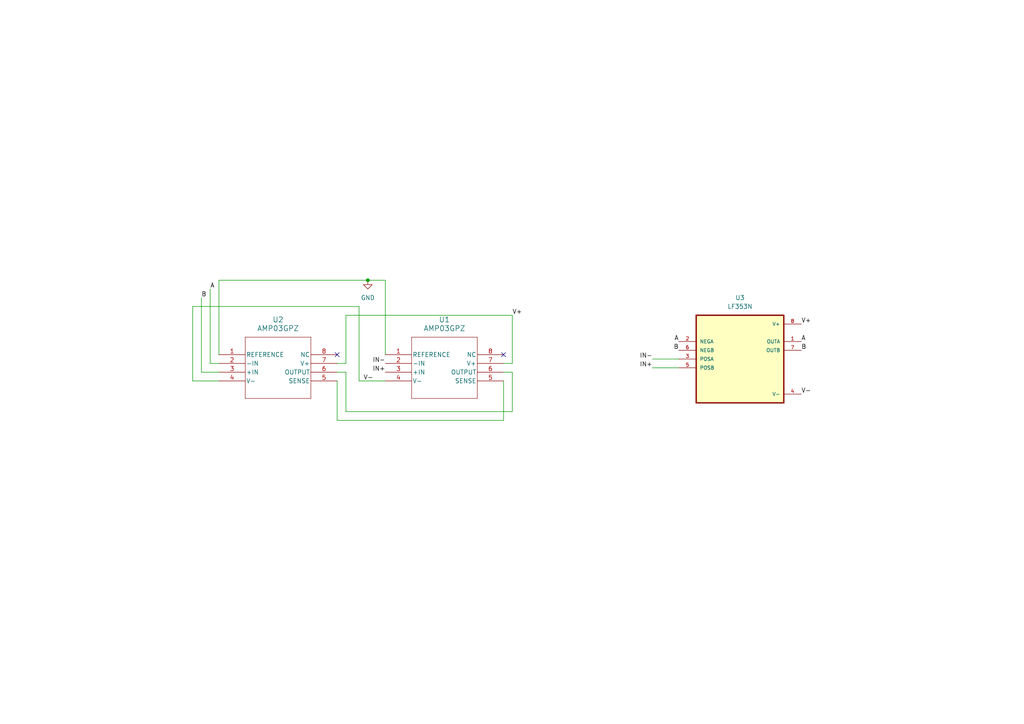
<source format=kicad_sch>
(kicad_sch (version 20231120) (generator "eeschema") (generator_version "8.0")
  (paper "A4")
  (lib_symbols
    (symbol "AMP03:AMP03GPZ" (pin_names (offset 0.254))
      (property "Reference" "U" (at 17.018 9.652 0))
      (property "Value" "AMP03GPZ" (at 17.018 7.112 0))
      (symbol "AMP03GPZ_0_1"
        (polyline (pts (xy 7.62 -12.7) (xy 26.67 -12.7)) (stroke (width 0.127)))
        (polyline (pts (xy 7.62 5.08) (xy 7.62 -12.7)) (stroke (width 0.127)))
        (polyline (pts (xy 26.67 -12.7) (xy 26.67 5.08)) (stroke (width 0.127)))
        (polyline (pts (xy 26.67 5.08) (xy 7.62 5.08)) (stroke (width 0.127)))
        (pin unspecified line (at 0 0 0) (length 7.62) (name "REFERENCE") (number "1"))
        (pin unspecified line (at 0 -2.54 0) (length 7.62) (name "-IN") (number "2"))
        (pin unspecified line (at 0 -5.08 0) (length 7.62) (name "+IN") (number "3"))
        (pin power_in line (at 0 -7.62 0) (length 7.62) (name "V-") (number "4"))
        (pin unspecified line (at 34.29 -7.62 180) (length 7.62) (name "SENSE") (number "5"))
        (pin unspecified line (at 34.29 -5.08 180) (length 7.62) (name "OUTPUT") (number "6"))
        (pin power_in line (at 34.29 -2.54 180) (length 7.62) (name "V+") (number "7"))
        (pin unspecified line (at 34.29 0 180) (length 7.62) (name "NC") (number "8"))
      )
    )
    (symbol "LF353N:LF353N" (pin_names (offset 1.016))
      (property "Reference" "U" (at -12.7 13.7 0))
      (property "Value" "LF353N" (at -12.7 -16.7 0))
      (symbol "LF353N_0_0"
        (rectangle (start -12.7 -12.7) (end 12.7 12.7) (stroke (width 0.41)) (fill (type background)))
        (pin output line (at 17.78 5.08 180) (length 5.08) (name "OUTA") (number "1"))
        (pin input line (at -17.78 5.08 0) (length 5.08) (name "NEGA") (number "2"))
        (pin input line (at -17.78 0 0) (length 5.08) (name "POSA") (number "3"))
        (pin power_in line (at 17.78 -10.16 180) (length 5.08) (name "V-") (number "4"))
        (pin input line (at -17.78 -2.54 0) (length 5.08) (name "POSB") (number "5"))
        (pin input line (at -17.78 2.54 0) (length 5.08) (name "NEGB") (number "6"))
        (pin output line (at 17.78 2.54 180) (length 5.08) (name "OUTB") (number "7"))
        (pin power_in line (at 17.78 10.16 180) (length 5.08) (name "V+") (number "8"))
      )
    )
    (symbol "power:GND" (power) (pin_numbers hide) (pin_names (offset 0) hide)
      (property "Value" "GND" (at 0 -3.81 0))
      (symbol "GND_0_1"
        (polyline (pts (xy 0 0) (xy 0 -1.27) (xy 1.27 -1.27) (xy 0 -2.54) (xy -1.27 -1.27) (xy 0 -1.27)))
      )
      (symbol "GND_1_1"
        (pin power_in line (at 0 0 270) (length 0) (name "~") (number "1"))
      )
    )
  )
  (junction (at 106.68 81.28))
  (no_connect (at 146.05 102.87))
  (no_connect (at 97.79 102.87))
  (wire (pts (xy 97.79 107.95) (xy 100.33 107.95)))
  (wire (pts (xy 146.05 105.41) (xy 148.59 105.41)))
  (wire (pts (xy 100.33 119.38) (xy 148.59 119.38)))
  (wire (pts (xy 148.59 105.41) (xy 148.59 91.44)))
  (wire (pts (xy 97.79 110.49) (xy 97.79 121.92)))
  (wire (pts (xy 189.23 104.14) (xy 196.85 104.14)))
  (wire (pts (xy 55.88 110.49) (xy 63.5 110.49)))
  (wire (pts (xy 148.59 91.44) (xy 100.33 91.44)))
  (wire (pts (xy 97.79 121.92) (xy 146.05 121.92)))
  (wire (pts (xy 104.14 88.9) (xy 55.88 88.9)))
  (wire (pts (xy 100.33 107.95) (xy 100.33 119.38)))
  (wire (pts (xy 100.33 91.44) (xy 100.33 105.41)))
  (wire (pts (xy 111.76 81.28) (xy 106.68 81.28)))
  (wire (pts (xy 106.68 81.28) (xy 63.5 81.28)))
  (wire (pts (xy 146.05 121.92) (xy 146.05 110.49)))
  (wire (pts (xy 104.14 110.49) (xy 104.14 88.9)))
  (wire (pts (xy 100.33 105.41) (xy 97.79 105.41)))
  (wire (pts (xy 60.96 105.41) (xy 63.5 105.41)))
  (wire (pts (xy 63.5 81.28) (xy 63.5 102.87)))
  (wire (pts (xy 104.14 110.49) (xy 111.76 110.49)))
  (wire (pts (xy 58.42 107.95) (xy 63.5 107.95)))
  (wire (pts (xy 148.59 107.95) (xy 148.59 119.38)))
  (wire (pts (xy 58.42 86.36) (xy 58.42 107.95)))
  (wire (pts (xy 111.76 102.87) (xy 111.76 81.28)))
  (wire (pts (xy 146.05 107.95) (xy 148.59 107.95)))
  (wire (pts (xy 189.23 106.68) (xy 196.85 106.68)))
  (wire (pts (xy 55.88 88.9) (xy 55.88 110.49)))
  (wire (pts (xy 60.96 83.82) (xy 60.96 105.41)))
  (label "IN-" (at 189.23 104.14 180))
  (label "V-" (at 232.41 114.3 0))
  (label "A" (at 232.41 99.06 0))
  (label "B" (at 196.85 101.6 180))
  (label "B" (at 232.41 101.6 0))
  (label "B" (at 58.42 86.36 0))
  (label "A" (at 60.96 83.82 0))
  (label "IN-" (at 111.76 105.41 180))
  (label "A" (at 196.85 99.06 180))
  (label "IN+" (at 189.23 106.68 180))
  (label "IN+" (at 111.76 107.95 180))
  (label "V-" (at 105.41 110.49 0))
  (label "V+" (at 148.59 91.44 0))
  (label "V+" (at 232.41 93.98 0))
  (symbol (lib_id "LF353N:LF353N") (at 214.63 104.14 0) (unit 1)
    (property "Reference" "U3" (at 214.63 86.36 0))
    (property "Value" "LF353N" (at 214.63 88.9 0))
    (property "Footprint" "Package_DIP:DIP-8_W7.62mm" (effects (hide yes)))
  )
  (symbol (lib_id "power:GND") (at 106.68 81.28 0) (unit 1)
    (property "Reference" "#PWR01" (effects (hide yes)))
    (property "Value" "GND" (at 106.68 86.36 0))
    (property "Description" "Power symbol creates a global label with name \"GND\" , ground" (effects (hide yes)))
  )
  (symbol (lib_id "AMP03:AMP03GPZ") (at 63.5 102.87 0) (unit 1)
    (property "Reference" "U2" (at 80.645 92.71 0) (effects (font (size 1.524 1.524))))
    (property "Value" "AMP03GPZ" (at 80.645 95.25 0) (effects (font (size 1.524 1.524))))
    (property "Footprint" "Package_DIP:DIP-8_W7.62mm" (effects (hide yes)))
    (property "Datasheet" "AMP03GPZ" (effects (hide yes)))
  )
  (symbol (lib_id "AMP03:AMP03GPZ") (at 111.76 102.87 0) (unit 1)
    (property "Reference" "U1" (at 128.905 92.71 0) (effects (font (size 1.524 1.524))))
    (property "Value" "AMP03GPZ" (at 128.905 95.25 0) (effects (font (size 1.524 1.524))))
    (property "Footprint" "Package_DIP:DIP-8_W7.62mm" (effects (hide yes)))
    (property "Datasheet" "AMP03GPZ" (effects (hide yes)))
  )
)
</source>
